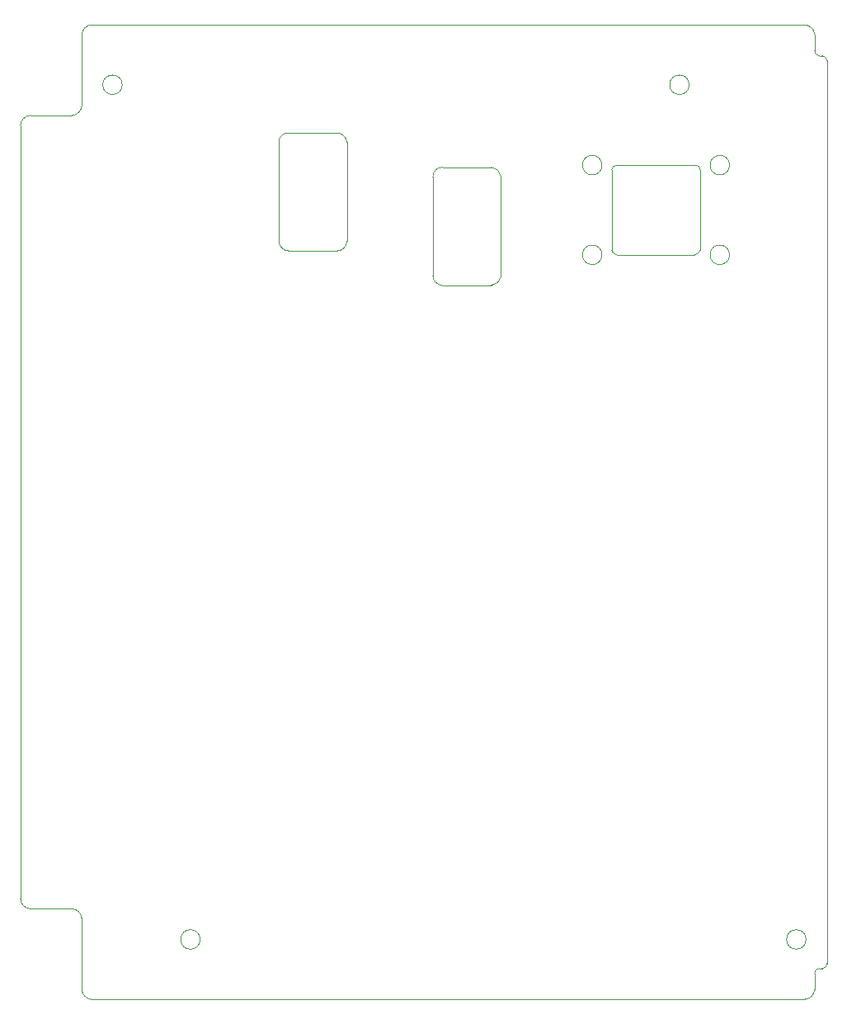
<source format=gm1>
G04 #@! TF.GenerationSoftware,KiCad,Pcbnew,8.0.2*
G04 #@! TF.CreationDate,2024-08-20T08:20:47+02:00*
G04 #@! TF.ProjectId,STS1_SIDEPANEL,53545331-5f53-4494-9445-50414e454c2e,rev?*
G04 #@! TF.SameCoordinates,Original*
G04 #@! TF.FileFunction,Profile,NP*
%FSLAX46Y46*%
G04 Gerber Fmt 4.6, Leading zero omitted, Abs format (unit mm)*
G04 Created by KiCad (PCBNEW 8.0.2) date 2024-08-20 08:20:47*
%MOMM*%
%LPD*%
G01*
G04 APERTURE LIST*
G04 #@! TA.AperFunction,Profile*
%ADD10C,0.050000*%
G04 #@! TD*
G04 #@! TA.AperFunction,Profile*
%ADD11C,0.120000*%
G04 #@! TD*
G04 APERTURE END LIST*
D10*
X83600000Y-129200000D02*
X83600000Y-49800000D01*
X84600000Y-48800000D02*
X88900000Y-48800000D01*
X88900000Y-130200000D02*
X84600000Y-130200000D01*
X89900000Y-47800000D02*
X89900000Y-40500000D01*
X89900000Y-138500000D02*
X89900000Y-131200000D01*
X90900000Y-39500000D02*
X164130000Y-39500000D01*
X110125852Y-61739840D02*
X110119893Y-51584893D01*
X111021617Y-50587078D02*
X116119893Y-50584893D01*
X116119893Y-62699893D02*
X111119893Y-62699893D01*
X117116217Y-51536590D02*
X117119893Y-57487000D01*
X117119893Y-57487000D02*
X117119893Y-61699893D01*
X125940000Y-65230000D02*
X125940000Y-55115000D01*
X126940000Y-54115000D02*
X131940000Y-54115000D01*
X131940000Y-66230000D02*
X126842927Y-66224043D01*
X132933150Y-55032674D02*
X132937653Y-65328260D01*
X144300000Y-54400000D02*
X144300000Y-62600000D01*
X144800000Y-63100000D02*
X152830000Y-63100000D01*
X153000000Y-53900000D02*
X144800000Y-53900000D01*
X153400000Y-62600000D02*
X153400000Y-54400000D01*
X164130000Y-139500000D02*
X90900000Y-139500000D01*
X165130000Y-40500000D02*
X165130000Y-42175000D01*
X165130000Y-136825000D02*
X165130000Y-138500000D01*
X165630000Y-42675000D02*
X165900000Y-42675000D01*
X165900000Y-136325000D02*
X165630000Y-136325000D01*
X166400000Y-43175000D02*
X166400000Y-135825000D01*
X83600000Y-49800000D02*
G75*
G02*
X84600000Y-48800000I1083176J-83176D01*
G01*
X84600000Y-130200000D02*
G75*
G02*
X83600000Y-129200000I83180J1083180D01*
G01*
X88900000Y-130200000D02*
G75*
G02*
X89900000Y-131200000I-83176J-1083176D01*
G01*
X89900000Y-40500000D02*
G75*
G02*
X90900000Y-39500000I1083176J-83176D01*
G01*
X89900000Y-47800000D02*
G75*
G02*
X88900000Y-48800000I-1083176J83176D01*
G01*
X90900000Y-139500000D02*
G75*
G02*
X89900000Y-138500000I83176J1083176D01*
G01*
X110119893Y-51584893D02*
G75*
G02*
X111021617Y-50587078I969134J30546D01*
G01*
X111119893Y-62699893D02*
G75*
G02*
X110125852Y-61739840I71477J1068650D01*
G01*
X116119893Y-50584893D02*
G75*
G02*
X117116217Y-51536590I-94436J-1096235D01*
G01*
X117119893Y-61699893D02*
G75*
G02*
X116119893Y-62699893I-1012881J12881D01*
G01*
X125940000Y-55115000D02*
G75*
G02*
X126940000Y-54115000I950554J49446D01*
G01*
X126842927Y-66224043D02*
G75*
G02*
X125940005Y-65230000I124233J1019943D01*
G01*
X131940000Y-54115000D02*
G75*
G02*
X132933152Y-55032674I-74340J-1076710D01*
G01*
X132937653Y-65328260D02*
G75*
G02*
X131940000Y-66229994I-1074553J186100D01*
G01*
X144300000Y-54400000D02*
G75*
G02*
X144800000Y-53900000I500000J0D01*
G01*
X144800000Y-63100000D02*
G75*
G02*
X144300000Y-62600000I93200J593200D01*
G01*
X153000000Y-53900000D02*
G75*
G02*
X153400000Y-54400000I-106500J-495200D01*
G01*
X153400000Y-62600000D02*
G75*
G02*
X152829996Y-63099970I-659700J177200D01*
G01*
X164130000Y-39500000D02*
G75*
G02*
X165130000Y-40500000I-83200J-1083200D01*
G01*
X165130000Y-136825000D02*
G75*
G02*
X165630000Y-136325000I471500J28500D01*
G01*
X165130000Y-138500000D02*
G75*
G02*
X164130000Y-139500000I-1083200J83200D01*
G01*
X165630000Y-42675000D02*
G75*
G02*
X165130000Y-42175000I-28500J471500D01*
G01*
X165900000Y-42675000D02*
G75*
G02*
X166400000Y-43175000I-38600J-538600D01*
G01*
X166400000Y-135825000D02*
G75*
G02*
X165900000Y-136325000I-471500J-28500D01*
G01*
D11*
X94050000Y-45650000D02*
G75*
G02*
X92050000Y-45650000I-1000000J0D01*
G01*
X92050000Y-45650000D02*
G75*
G02*
X94050000Y-45650000I1000000J0D01*
G01*
X102050000Y-133350000D02*
G75*
G02*
X100050000Y-133350000I-1000000J0D01*
G01*
X100050000Y-133350000D02*
G75*
G02*
X102050000Y-133350000I1000000J0D01*
G01*
X143300000Y-53900000D02*
G75*
G02*
X141300000Y-53900000I-1000000J0D01*
G01*
X141300000Y-53900000D02*
G75*
G02*
X143300000Y-53900000I1000000J0D01*
G01*
X143300000Y-63100000D02*
G75*
G02*
X141300000Y-63100000I-1000000J0D01*
G01*
X141300000Y-63100000D02*
G75*
G02*
X143300000Y-63100000I1000000J0D01*
G01*
X152250000Y-45650000D02*
G75*
G02*
X150250000Y-45650000I-1000000J0D01*
G01*
X150250000Y-45650000D02*
G75*
G02*
X152250000Y-45650000I1000000J0D01*
G01*
X156400000Y-53900000D02*
G75*
G02*
X154400000Y-53900000I-1000000J0D01*
G01*
X154400000Y-53900000D02*
G75*
G02*
X156400000Y-53900000I1000000J0D01*
G01*
X156400000Y-63100000D02*
G75*
G02*
X154400000Y-63100000I-1000000J0D01*
G01*
X154400000Y-63100000D02*
G75*
G02*
X156400000Y-63100000I1000000J0D01*
G01*
X164250000Y-133350000D02*
G75*
G02*
X162250000Y-133350000I-1000000J0D01*
G01*
X162250000Y-133350000D02*
G75*
G02*
X164250000Y-133350000I1000000J0D01*
G01*
M02*

</source>
